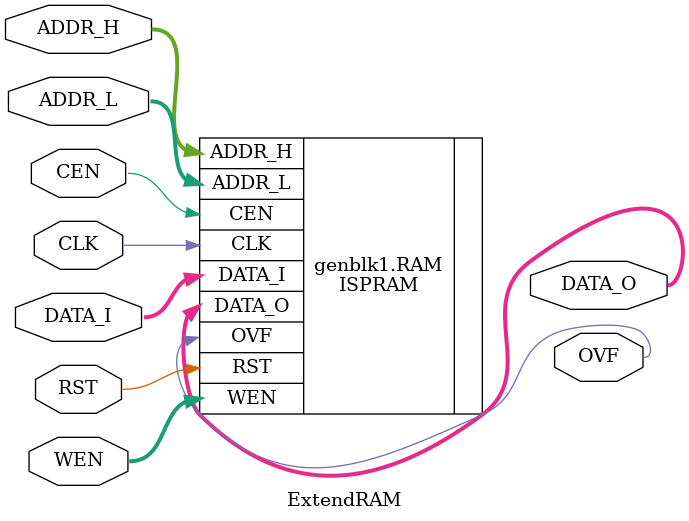
<source format=v>
`timescale 1ns / 1ps

module ExtendRAM #
(
    parameter RTYPE = "ISPRAM",             // RAMÄÚ²¿ÊµÏÖÀàÐÍ
    parameter ADDRW = 14,                   // RAMµØÖ·¿í¶È
    parameter UNITW = 8,                    // RAMÃ¿¸öµ¥Ôª¿í¶È
    parameter GROUP = 4,                    // RAMÃ¿×éµ¥ÔªÊýÁ¿
    parameter DEPTH = 2 ** 14               // RAM´æ´¢Éî¶È
)
(
    input  CLK,                             // Ê±ÖÓÊäÈë
    input  RST,                             // ¸´Î»ÊäÈë
    input  CEN,                             // Ê±ÖÓÊ¹ÄÜ
    input  [GROUP         - 1 : 0] WEN,     // Ð´ÈëÊ¹ÄÜ
    input  [ADDRW         - 1 : 0] ADDR_H,  // µØÖ·¸ßÎ»(Éî¶È)
    input  [$clog2(GROUP) - 1 : 0] ADDR_L,  // µØÖ·µÍÎ»(×éºÅ)
    input  [UNITW * GROUP - 1 : 0] DATA_I,  // Êý¾ÝÊäÈë
    output [UNITW * GROUP - 1 : 0] DATA_O,  // Êý¾ÝÊä³ö
    output OVF                              // µØÖ·Òç³ö
);

generate
    case (RTYPE)
        "ISPRAM":
        begin
            ISPRAM #
            (
                .ADDRW(ADDRW),      // RAMµØÖ·¿í¶È
                .UNITW(UNITW),      // RAMÃ¿¸öµ¥Ôª¿í¶È
                .GROUP(GROUP),      // RAMÃ¿×éµ¥ÔªÊýÁ¿
                .DEPTH(DEPTH)       // RAM´æ´¢Éî¶È
            )
            RAM
            (
                .CLK(CLK),          // Ê±ÖÓÊäÈë
                .RST(RST),          // ¸´Î»ÊäÈë
                .CEN(CEN),          // Ê±ÖÓÊ¹ÄÜ
                .WEN(WEN),          // Ð´ÈëÊ¹ÄÜ
                .ADDR_H(ADDR_H),    // µØÖ·¸ßÎ»(Éî¶È)
                .ADDR_L(ADDR_L),    // µØÖ·µÍÎ»(×éºÅ)
                .DATA_I(DATA_I),    // Êý¾ÝÊäÈë
                .DATA_O(DATA_O),    // Êý¾ÝÊä³ö
                .OVF(OVF)           // µØÖ·Òç³ö
            );
        end
        "TDPRAM": 
        begin
            TDPRAM #
            (
                .ADDRW(ADDRW),      // RAMµØÖ·¿í¶È
                .UNITW(UNITW),      // RAMÃ¿¸öµ¥Ôª¿í¶È
                .GROUP(GROUP),      // RAMÃ¿×éµ¥ÔªÊýÁ¿
                .DEPTH(DEPTH)       // RAM´æ´¢Éî¶È
            )
            RAM
            (
                .CLK(CLK),          // Ê±ÖÓÊäÈë
                .RST(RST),          // ¸´Î»ÊäÈë
                .CEN(CEN),          // Ê±ÖÓÊ¹ÄÜ
                .WEN(WEN),          // Ð´ÈëÊ¹ÄÜ
                .ADDR_H(ADDR_H),    // µØÖ·¸ßÎ»(Éî¶È)
                .ADDR_L(ADDR_L),    // µØÖ·µÍÎ»(×éºÅ)
                .DATA_I(DATA_I),    // Êý¾ÝÊäÈë
                .DATA_O(DATA_O),    // Êý¾ÝÊä³ö
                .OVF(OVF)           // µØÖ·Òç³ö
            );
        end
    endcase
endgenerate
  
endmodule
</source>
